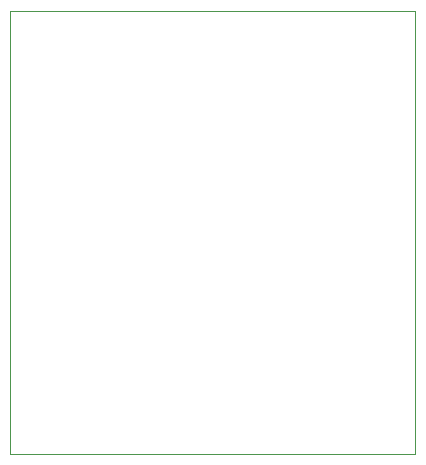
<source format=gm1>
G04 #@! TF.GenerationSoftware,KiCad,Pcbnew,(5.1.6)-1*
G04 #@! TF.CreationDate,2022-01-24T22:45:59-06:00*
G04 #@! TF.ProjectId,bassDrum,62617373-4472-4756-9d2e-6b696361645f,rev?*
G04 #@! TF.SameCoordinates,Original*
G04 #@! TF.FileFunction,Profile,NP*
%FSLAX46Y46*%
G04 Gerber Fmt 4.6, Leading zero omitted, Abs format (unit mm)*
G04 Created by KiCad (PCBNEW (5.1.6)-1) date 2022-01-24 22:45:59*
%MOMM*%
%LPD*%
G01*
G04 APERTURE LIST*
G04 #@! TA.AperFunction,Profile*
%ADD10C,0.050000*%
G04 #@! TD*
G04 APERTURE END LIST*
D10*
X86360000Y-118745000D02*
X86360000Y-81280000D01*
X120650000Y-118745000D02*
X86360000Y-118745000D01*
X120650000Y-81280000D02*
X120650000Y-118745000D01*
X86360000Y-81280000D02*
X120650000Y-81280000D01*
M02*

</source>
